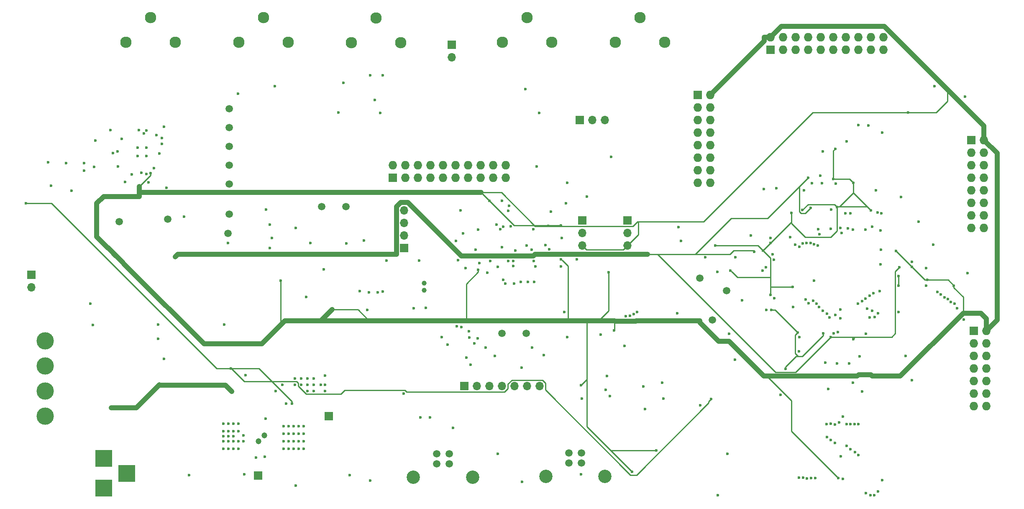
<source format=gbr>
G04 #@! TF.FileFunction,Copper,L3,Inr,Plane*
%FSLAX46Y46*%
G04 Gerber Fmt 4.6, Leading zero omitted, Abs format (unit mm)*
G04 Created by KiCad (PCBNEW 4.0.7-e2-6376~58~ubuntu16.04.1) date Mon Aug 27 15:24:17 2018*
%MOMM*%
%LPD*%
G01*
G04 APERTURE LIST*
%ADD10C,0.100000*%
%ADD11C,1.500000*%
%ADD12R,1.727200X1.727200*%
%ADD13O,1.727200X1.727200*%
%ADD14R,1.700000X1.700000*%
%ADD15O,1.700000X1.700000*%
%ADD16C,1.000000*%
%ADD17C,1.520000*%
%ADD18C,2.700000*%
%ADD19C,2.300000*%
%ADD20R,3.500000X3.500000*%
%ADD21C,3.500000*%
%ADD22C,0.600000*%
%ADD23C,1.200000*%
%ADD24C,1.000000*%
%ADD25C,0.250000*%
G04 APERTURE END LIST*
D10*
D11*
X94361000Y-97663000D03*
D12*
X204216000Y-60452000D03*
D13*
X204216000Y-57912000D03*
X206756000Y-60452000D03*
X206756000Y-57912000D03*
X209296000Y-60452000D03*
X209296000Y-57912000D03*
X211836000Y-60452000D03*
X211836000Y-57912000D03*
X214376000Y-60452000D03*
X214376000Y-57912000D03*
X216916000Y-60452000D03*
X216916000Y-57912000D03*
X219456000Y-60452000D03*
X219456000Y-57912000D03*
X221996000Y-60452000D03*
X221996000Y-57912000D03*
X224536000Y-60452000D03*
X224536000Y-57912000D03*
X227076000Y-60452000D03*
X227076000Y-57912000D03*
D12*
X189484000Y-69596000D03*
D13*
X192024000Y-69596000D03*
X189484000Y-72136000D03*
X192024000Y-72136000D03*
X189484000Y-74676000D03*
X192024000Y-74676000D03*
X189484000Y-77216000D03*
X192024000Y-77216000D03*
X189484000Y-79756000D03*
X192024000Y-79756000D03*
X189484000Y-82296000D03*
X192024000Y-82296000D03*
X189484000Y-84836000D03*
X192024000Y-84836000D03*
X189484000Y-87376000D03*
X192024000Y-87376000D03*
D14*
X166116000Y-94996000D03*
D15*
X166116000Y-97536000D03*
X166116000Y-100076000D03*
D14*
X175260000Y-94996000D03*
D15*
X175260000Y-97536000D03*
X175260000Y-100076000D03*
D14*
X130048000Y-100584000D03*
D15*
X130048000Y-98044000D03*
X130048000Y-95504000D03*
X130048000Y-92964000D03*
D16*
X134112000Y-107696000D03*
X134112000Y-109196000D03*
D12*
X127762000Y-86360000D03*
D13*
X127762000Y-83820000D03*
X130302000Y-86360000D03*
X130302000Y-83820000D03*
X132842000Y-86360000D03*
X132842000Y-83820000D03*
X135382000Y-86360000D03*
X135382000Y-83820000D03*
X137922000Y-86360000D03*
X137922000Y-83820000D03*
X140462000Y-86360000D03*
X140462000Y-83820000D03*
X143002000Y-86360000D03*
X143002000Y-83820000D03*
X145542000Y-86360000D03*
X145542000Y-83820000D03*
X148082000Y-86360000D03*
X148082000Y-83820000D03*
X150622000Y-86360000D03*
X150622000Y-83820000D03*
D17*
X136652000Y-142272000D03*
X139192000Y-142272000D03*
X139192000Y-144272000D03*
X136652000Y-144272000D03*
D18*
X131922000Y-146972000D03*
X143922000Y-146972000D03*
D14*
X142240000Y-128524000D03*
D15*
X144780000Y-128524000D03*
X147320000Y-128524000D03*
X149860000Y-128524000D03*
X152400000Y-128524000D03*
X154940000Y-128524000D03*
X157480000Y-128524000D03*
D14*
X165608000Y-74676000D03*
D15*
X168148000Y-74676000D03*
X170688000Y-74676000D03*
D11*
X149860000Y-117856000D03*
X154740000Y-117856000D03*
D12*
X245364000Y-117348000D03*
D13*
X247904000Y-117348000D03*
X245364000Y-119888000D03*
X247904000Y-119888000D03*
X245364000Y-122428000D03*
X247904000Y-122428000D03*
X245364000Y-124968000D03*
X247904000Y-124968000D03*
X245364000Y-127508000D03*
X247904000Y-127508000D03*
X245364000Y-130048000D03*
X247904000Y-130048000D03*
X245364000Y-132588000D03*
X247904000Y-132588000D03*
D17*
X163418000Y-142112000D03*
X165958000Y-142112000D03*
X165958000Y-144112000D03*
X163418000Y-144112000D03*
D18*
X158688000Y-146812000D03*
X170688000Y-146812000D03*
D14*
X139700000Y-59436000D03*
D15*
X139700000Y-61976000D03*
D19*
X154940000Y-53975000D03*
X159940000Y-58975000D03*
X149940000Y-58975000D03*
X177800000Y-53975000D03*
X182800000Y-58975000D03*
X172800000Y-58975000D03*
D11*
X195326000Y-109220000D03*
D19*
X124380000Y-54055000D03*
X129380000Y-59055000D03*
X119380000Y-59055000D03*
D11*
X192405000Y-115189000D03*
X189865000Y-106680000D03*
D12*
X244856000Y-78740000D03*
D13*
X247396000Y-78740000D03*
X244856000Y-81280000D03*
X247396000Y-81280000D03*
X244856000Y-83820000D03*
X247396000Y-83820000D03*
X244856000Y-86360000D03*
X247396000Y-86360000D03*
X244856000Y-88900000D03*
X247396000Y-88900000D03*
X244856000Y-91440000D03*
X247396000Y-91440000D03*
X244856000Y-93980000D03*
X247396000Y-93980000D03*
X244856000Y-96520000D03*
X247396000Y-96520000D03*
D14*
X100457000Y-146685000D03*
X114808000Y-134620000D03*
D20*
X69215000Y-143225000D03*
X69215000Y-149225000D03*
X73915000Y-146225000D03*
D21*
X57404000Y-134620000D03*
X57404000Y-129540000D03*
X57404000Y-124460000D03*
X57404000Y-119380000D03*
D14*
X54610000Y-106045000D03*
D15*
X54610000Y-108585000D03*
D11*
X113357000Y-92202000D03*
X118237000Y-92202000D03*
X94615000Y-83820000D03*
X94615000Y-80010000D03*
X82169000Y-94742000D03*
X94615000Y-72390000D03*
X94615000Y-76200000D03*
X72390000Y-95250000D03*
D19*
X78740000Y-53975000D03*
X83740000Y-58975000D03*
X73740000Y-58975000D03*
X101600000Y-53975000D03*
X106600000Y-58975000D03*
X96600000Y-58975000D03*
D11*
X94615000Y-87630000D03*
X94615000Y-93726000D03*
D22*
X76112500Y-81987500D03*
X77837500Y-81987500D03*
X77837500Y-80262500D03*
X76112500Y-80262500D03*
X140948771Y-103096502D03*
X102108000Y-92837000D03*
X110236000Y-110490000D03*
X223774000Y-112903000D03*
X225933000Y-113792002D03*
X66548000Y-111887000D03*
X102870000Y-100584000D03*
X206248000Y-130302000D03*
X178816000Y-133223000D03*
X182499000Y-131064000D03*
X178435000Y-128651000D03*
X214757000Y-81026000D03*
X219583000Y-78994000D03*
X80264000Y-116078000D03*
X80264000Y-118999000D03*
X195834000Y-117983000D03*
X81407000Y-123063000D03*
X104013000Y-129540000D03*
X111760000Y-129540000D03*
X110490000Y-129540000D03*
X105410000Y-128270000D03*
X107950000Y-128270000D03*
X107950000Y-127000000D03*
X111760000Y-127000000D03*
X110490000Y-127000000D03*
X109220000Y-127000000D03*
X109220000Y-128270000D03*
X110490000Y-128270000D03*
X111760000Y-128270000D03*
X113157000Y-128270000D03*
X114046000Y-129540000D03*
X114046000Y-128270000D03*
X113988010Y-126422990D03*
X58547000Y-88011000D03*
X62738000Y-89027000D03*
X153924000Y-147955000D03*
X167021000Y-90170000D03*
X171958000Y-82169000D03*
X123190000Y-147701000D03*
X129921000Y-130048000D03*
X139954000Y-137033000D03*
X171704000Y-130556000D03*
X165989000Y-131064000D03*
X165862000Y-146431000D03*
X189992000Y-132461000D03*
X182245000Y-127889000D03*
X162814000Y-91567000D03*
X163068000Y-87376000D03*
X142494000Y-104648000D03*
X147447000Y-103251000D03*
X97663000Y-146399000D03*
X101854000Y-142875000D03*
X108077000Y-148670000D03*
X86487000Y-146558000D03*
X141478000Y-92964000D03*
X153616330Y-107451999D03*
X148393989Y-122428000D03*
X158333000Y-122301000D03*
X148717000Y-95885000D03*
X156210000Y-96774000D03*
X161925000Y-98552000D03*
X149820000Y-91059000D03*
X161798000Y-104325999D03*
X185293000Y-113792000D03*
X174625000Y-120396000D03*
X169799000Y-118110000D03*
X193548000Y-150689979D03*
X218821000Y-147320000D03*
X210058000Y-118618000D03*
X217297000Y-114173000D03*
X217419417Y-87540999D03*
X214249000Y-85979000D03*
X133096000Y-103124000D03*
X131953000Y-112776000D03*
X93599000Y-116078000D03*
X103251000Y-98552000D03*
X102870000Y-95885000D03*
X118364000Y-99695000D03*
X108049559Y-96547441D03*
X111058942Y-99634058D03*
X57971564Y-83252436D03*
X154559000Y-68453000D03*
X157353000Y-73279000D03*
X72009000Y-81026000D03*
X70612000Y-76708000D03*
X81407000Y-76073000D03*
X79883000Y-77724000D03*
X123190000Y-65658996D03*
X125730000Y-65659000D03*
X80518000Y-81500010D03*
X65278000Y-83439000D03*
X61595000Y-83439000D03*
X81915000Y-88421615D03*
X79375000Y-84455000D03*
X219837000Y-96647000D03*
X226822000Y-77216000D03*
X237363000Y-67818000D03*
X243586000Y-69977000D03*
X203327000Y-113157000D03*
X204978000Y-110744000D03*
X208788000Y-112522000D03*
X226441000Y-103886000D03*
X226568000Y-100965000D03*
X226441000Y-97028000D03*
X224790000Y-96266000D03*
X212979000Y-107188000D03*
X204597000Y-101854000D03*
X204851000Y-102997000D03*
X213868000Y-96774000D03*
X218059000Y-135890000D03*
X209921010Y-121539000D03*
X218431859Y-142781857D03*
X220853000Y-127889000D03*
X198464575Y-111156324D03*
X193421000Y-105410000D03*
X244094000Y-105664000D03*
X215900000Y-129159000D03*
X67056000Y-116205000D03*
X205359000Y-88519000D03*
X202819000Y-88646000D03*
X212598000Y-87503000D03*
X214630000Y-87503000D03*
X237109000Y-99949000D03*
X220091000Y-123952000D03*
X217678000Y-123952000D03*
X191008000Y-102489000D03*
X197104000Y-102489000D03*
X210947000Y-88900000D03*
X215265000Y-123824996D03*
X222250000Y-122555000D03*
X234188000Y-95250000D03*
X235712000Y-104648000D03*
X235712000Y-108204000D03*
X225552000Y-88900000D03*
X200192000Y-98084000D03*
X148971000Y-104394000D03*
X156845000Y-84074000D03*
X151130000Y-103235010D03*
X155067000Y-107442000D03*
X150114000Y-107061000D03*
X196088000Y-105156000D03*
X208661000Y-108458000D03*
X217292493Y-80518000D03*
X171450000Y-105537000D03*
X232791000Y-104394000D03*
X232029000Y-73152000D03*
X193040006Y-100076000D03*
X181102000Y-141605000D03*
X176149000Y-145923000D03*
X146878051Y-105603051D03*
X165862000Y-128364000D03*
X161798000Y-102869990D03*
X145229918Y-103642000D03*
X145034000Y-105029000D03*
X127762000Y-89348999D03*
X195800261Y-119507000D03*
X159258000Y-96139000D03*
X161798000Y-96012000D03*
X70485000Y-100965000D03*
X74422000Y-104902000D03*
X147320000Y-91059000D03*
X172482000Y-117277000D03*
X189865000Y-115316000D03*
X169418000Y-115316000D03*
X163957000Y-115316000D03*
X217678000Y-92329000D03*
X216916000Y-86614000D03*
X105029000Y-107188000D03*
X104394000Y-116840000D03*
X69215000Y-90170000D03*
X78740000Y-85471000D03*
X204343000Y-113157000D03*
X232790990Y-103378011D03*
X229616000Y-101219000D03*
X209679551Y-117731551D03*
X235975990Y-107061009D03*
X230124000Y-106289010D03*
X223452021Y-117983000D03*
X210643978Y-92938487D03*
X204216000Y-110071010D03*
X217932000Y-147193000D03*
X202565000Y-105156000D03*
X221742000Y-126545011D03*
X218440000Y-126545011D03*
X215646000Y-126545011D03*
X217001000Y-117856000D03*
X224790000Y-126545011D03*
X218821000Y-134747000D03*
X206121000Y-126545011D03*
X72009000Y-102489000D03*
X208407000Y-93472000D03*
X216376000Y-96742000D03*
X207264000Y-125095000D03*
X214884000Y-117856000D03*
X241300000Y-108204000D03*
X230124000Y-108204010D03*
X220980000Y-87376000D03*
X224536000Y-92964000D03*
X202692000Y-101092000D03*
X204216000Y-99568000D03*
X150495000Y-107823000D03*
X159766000Y-93217996D03*
X95123000Y-129667000D03*
X70739000Y-132969000D03*
X192151000Y-131191000D03*
X107315000Y-132080000D03*
X97917000Y-126365000D03*
X106172000Y-132080000D03*
X94996000Y-124968000D03*
X53467000Y-91567000D03*
X126492000Y-103124000D03*
X216451021Y-92837000D03*
X220914647Y-119060647D03*
X230251000Y-104521000D03*
X212344000Y-92455994D03*
X86360000Y-101863999D03*
X84963000Y-101863999D03*
X83693000Y-102362000D03*
X200914000Y-101346000D03*
X216408000Y-118618000D03*
X203276999Y-104470999D03*
X211836000Y-86360000D03*
X81026000Y-79502000D03*
X103886000Y-67818000D03*
X67564000Y-78867000D03*
X67292009Y-84201000D03*
X81025994Y-78359000D03*
X96393000Y-69342000D03*
X76327000Y-76708000D03*
X116713000Y-73152000D03*
X77326667Y-77444781D03*
X125222000Y-73279000D03*
X72898000Y-78486000D03*
X71120000Y-81407000D03*
X152273000Y-107823000D03*
X153797000Y-124841000D03*
X146558000Y-120777000D03*
X100076000Y-143002000D03*
X101981000Y-135128000D03*
X138811000Y-120142000D03*
X134409345Y-112688655D03*
X185547000Y-96393002D03*
X186055000Y-99187000D03*
X152146000Y-104267000D03*
X144907000Y-118872000D03*
X156317012Y-107442000D03*
X162441501Y-113546501D03*
X163068000Y-118618000D03*
X156591000Y-104325999D03*
X158623000Y-100045000D03*
X196977000Y-123190000D03*
X154813004Y-100076000D03*
X155956000Y-120786990D03*
X122936000Y-109591001D03*
X125669051Y-109407949D03*
X72136000Y-84074008D03*
X65278000Y-84963000D03*
X137671129Y-118632416D03*
X122555000Y-113175870D03*
X121031000Y-109347000D03*
X124714000Y-109591000D03*
X225298000Y-114554000D03*
X231521000Y-122428000D03*
X224282000Y-114681006D03*
X232791000Y-127381000D03*
X144526000Y-100965000D03*
X149860000Y-100457000D03*
X140538108Y-99196990D03*
X141986000Y-97663000D03*
X144980250Y-96902771D03*
X113792000Y-104902000D03*
X94361000Y-99568000D03*
X226641169Y-93614268D03*
X151257000Y-92075000D03*
X151130000Y-93091000D03*
X225858036Y-93450851D03*
X204216000Y-98552000D03*
X209169000Y-99949000D03*
X210058000Y-100330000D03*
X210693000Y-99695000D03*
X211482117Y-99563481D03*
X212282104Y-99568400D03*
X213033877Y-99841969D03*
X213793364Y-100093330D03*
X214122000Y-97790000D03*
X218313000Y-96520000D03*
X218567000Y-97536000D03*
X219329000Y-93589000D03*
X220345000Y-93599000D03*
X220853000Y-96901000D03*
X143256000Y-118745000D03*
X118999000Y-146558000D03*
X142621000Y-122809000D03*
X152527000Y-101092000D03*
X148971000Y-142240000D03*
X143510000Y-124206000D03*
X144272000Y-119888000D03*
X152146000Y-103251000D03*
X156226163Y-103233199D03*
X174879000Y-114427000D03*
X143129000Y-117475000D03*
X151577058Y-96199942D03*
X135255000Y-134874000D03*
X133350000Y-134874000D03*
X208151321Y-98426679D03*
X195453000Y-142239996D03*
X224028000Y-75819000D03*
X221996000Y-75692000D03*
X77841594Y-76832515D03*
X117729000Y-67192999D03*
X124079000Y-70612000D03*
X77851000Y-85598000D03*
X85471000Y-94234000D03*
X76871948Y-85375846D03*
X78321894Y-87298023D03*
X73532994Y-87249000D03*
X74930000Y-85725000D03*
X175768000Y-114300000D03*
X164972295Y-102863999D03*
X155874283Y-100943011D03*
X176525741Y-114014397D03*
X177172881Y-113544065D03*
X159385000Y-100838000D03*
X150114000Y-96266000D03*
X141605000Y-116586000D03*
X140722215Y-116465215D03*
X149479000Y-96774000D03*
X97536000Y-139700000D03*
X97536000Y-138525000D03*
X95504000Y-138684000D03*
X94488000Y-138684000D03*
X93472000Y-138684000D03*
X105664000Y-141224000D03*
X106680000Y-141224000D03*
X107696000Y-141224000D03*
X108712000Y-141224000D03*
X109728000Y-141224000D03*
X109728000Y-139700000D03*
X108712000Y-139700000D03*
X107696000Y-139700000D03*
X106680000Y-139700000D03*
X105664000Y-139700000D03*
X105664000Y-138176000D03*
X106680000Y-138176000D03*
X107696000Y-138176000D03*
X108712000Y-138176000D03*
X109728000Y-138176000D03*
X109728000Y-136652000D03*
X108712000Y-136652000D03*
X107696000Y-136652000D03*
X106680000Y-136652000D03*
X105664000Y-136652000D03*
X93472000Y-141224000D03*
X94488000Y-141224000D03*
X95504000Y-141224000D03*
X96520000Y-141224000D03*
X96520000Y-139700000D03*
X95504000Y-139700000D03*
X94488000Y-139700000D03*
X93472000Y-139700000D03*
X96520000Y-137668000D03*
X95504000Y-137668000D03*
X94488000Y-137668000D03*
X93472000Y-137668000D03*
X96520000Y-136144000D03*
X95504000Y-136144000D03*
X94488000Y-136144000D03*
X93472000Y-136144000D03*
D23*
X100552000Y-139700000D03*
X101727000Y-138525000D03*
D22*
X230632000Y-90296998D03*
X170815000Y-129286000D03*
X171069000Y-126492000D03*
X223393000Y-96901000D03*
X218313000Y-113029986D03*
X222758000Y-129667000D03*
X224406041Y-150689979D03*
X211328000Y-110998000D03*
X223520000Y-150239968D03*
X211930974Y-111797503D03*
X212852000Y-111252000D03*
X226822000Y-147574000D03*
X225933000Y-149860000D03*
X213487000Y-111887000D03*
X225206048Y-150687291D03*
X213995000Y-112522000D03*
X214757000Y-113284000D03*
X213233000Y-147193006D03*
X215646000Y-113919000D03*
X212433001Y-147188417D03*
X216154000Y-114681000D03*
X211546513Y-147256493D03*
X210772625Y-147053721D03*
X217800559Y-117597559D03*
X209931000Y-147066000D03*
X218313000Y-114808000D03*
X230068001Y-113528000D03*
X243305768Y-115105446D03*
X224790000Y-113284000D03*
X241935000Y-112776000D03*
X221869000Y-111887000D03*
X241409961Y-111873286D03*
X240688200Y-111528228D03*
X222752998Y-111351001D03*
X223393000Y-110870979D03*
X240110543Y-110974771D03*
X224282000Y-110245990D03*
X239395000Y-110617000D03*
X225044000Y-109728000D03*
X238633000Y-109982000D03*
X226314000Y-109345968D03*
X237998000Y-109474000D03*
X215519000Y-136271000D03*
X215646000Y-138859003D03*
X216408000Y-136144000D03*
X216408000Y-139436000D03*
X217192466Y-136300893D03*
X217189999Y-140061001D03*
X219583000Y-136271000D03*
X219583000Y-140686001D03*
X220383003Y-136271000D03*
X220345000Y-141311001D03*
X221183006Y-136271000D03*
X221286764Y-141936001D03*
X221996000Y-142560990D03*
X221996000Y-136271000D03*
X121920000Y-99060000D03*
D24*
X202946000Y-58674000D02*
X192024000Y-69596000D01*
X202946000Y-58674000D02*
X202946000Y-57960686D01*
D25*
X202946000Y-57960686D02*
X202994686Y-57912000D01*
D24*
X202994686Y-57912000D02*
X204216000Y-57912000D01*
D25*
X197485000Y-106553000D02*
X196387999Y-105455999D01*
X204216000Y-106553000D02*
X197485000Y-106553000D01*
X196387999Y-105455999D02*
X196088000Y-105156000D01*
D24*
X221742000Y-126545011D02*
X222041999Y-126245012D01*
X222041999Y-126245012D02*
X224490001Y-126245012D01*
X224490001Y-126245012D02*
X224790000Y-126545011D01*
D25*
X204216000Y-108458000D02*
X208661000Y-108458000D01*
X216916000Y-80899000D02*
X217292493Y-80522507D01*
X217292493Y-80522507D02*
X217292493Y-80518000D01*
X216916000Y-86614000D02*
X216916000Y-80899000D01*
X208407000Y-95631000D02*
X208407000Y-93472000D01*
X211191001Y-98415001D02*
X208407000Y-95631000D01*
X217678000Y-92329000D02*
X217678000Y-97133696D01*
X217678000Y-97133696D02*
X216396695Y-98415001D01*
X216396695Y-98415001D02*
X211191001Y-98415001D01*
X232029000Y-73152000D02*
X212725000Y-73152000D01*
X212725000Y-73152000D02*
X190625325Y-95251675D01*
X166116000Y-100076000D02*
X166965999Y-100925999D01*
X166965999Y-100925999D02*
X174410001Y-100925999D01*
X174410001Y-100925999D02*
X175260000Y-100076000D01*
X177419000Y-97917000D02*
X175260000Y-100076000D01*
X171450000Y-105537000D02*
X171450000Y-113284000D01*
X171450000Y-113284000D02*
X169418000Y-115316000D01*
X240030000Y-68551870D02*
X240030000Y-70866000D01*
X240030000Y-70866000D02*
X237744000Y-73152000D01*
X237744000Y-73152000D02*
X232029000Y-73152000D01*
X235458009Y-107061009D02*
X232791000Y-104394000D01*
X232791000Y-104394000D02*
X229915999Y-101518999D01*
X204216000Y-106553000D02*
X204216000Y-108458000D01*
X204216000Y-102616000D02*
X204216000Y-106553000D01*
X201676000Y-100076000D02*
X193464270Y-100076000D01*
X202692000Y-101092000D02*
X201676000Y-100076000D01*
X193464270Y-100076000D02*
X193040006Y-100076000D01*
X177419000Y-95251675D02*
X177289327Y-95251675D01*
X190625325Y-95251675D02*
X177419000Y-95251675D01*
X177419000Y-95251675D02*
X177419000Y-97917000D01*
D24*
X113157000Y-115316000D02*
X142621000Y-115316000D01*
X142621000Y-115316000D02*
X163195000Y-115316000D01*
D25*
X145034000Y-105029000D02*
X145034000Y-105453264D01*
X145034000Y-105453264D02*
X142621000Y-107866264D01*
X142621000Y-107866264D02*
X142621000Y-115316000D01*
X177289327Y-95251675D02*
X176370001Y-96171001D01*
X176370001Y-96171001D02*
X156532003Y-96171001D01*
X156532003Y-96171001D02*
X149710001Y-89348999D01*
X149710001Y-89348999D02*
X145609999Y-89348999D01*
X217932000Y-147193000D02*
X208407000Y-137668000D01*
X208407000Y-137668000D02*
X208407000Y-131535998D01*
X203416013Y-126545011D02*
X202838272Y-126545011D01*
X208407000Y-131535998D02*
X203416013Y-126545011D01*
X240157009Y-107061009D02*
X236400254Y-107061009D01*
X236400254Y-107061009D02*
X235975990Y-107061009D01*
X241300000Y-108204000D02*
X240157009Y-107061009D01*
X171831000Y-141605000D02*
X176149000Y-145923000D01*
X167005000Y-136779000D02*
X171831000Y-141605000D01*
X171831000Y-141605000D02*
X181102000Y-141605000D01*
X167005000Y-115316000D02*
X167005000Y-136779000D01*
D24*
X189865000Y-115316000D02*
X189865000Y-115697000D01*
X189865000Y-115697000D02*
X193675000Y-119507000D01*
X193675000Y-119507000D02*
X195800261Y-119507000D01*
X167005000Y-115316000D02*
X169418000Y-115316000D01*
X163957000Y-115316000D02*
X167005000Y-115316000D01*
D25*
X167005000Y-115316000D02*
X167005000Y-127221000D01*
X167005000Y-127221000D02*
X165862000Y-128364000D01*
X161373736Y-96012000D02*
X161798000Y-96012000D01*
X145609999Y-89348999D02*
X152273000Y-96012000D01*
X152273000Y-96012000D02*
X161373736Y-96012000D01*
X163195000Y-104266990D02*
X162097999Y-103169989D01*
X163195000Y-115316000D02*
X163195000Y-104266990D01*
X162097999Y-103169989D02*
X161798000Y-102869990D01*
D24*
X145609999Y-89348999D02*
X127762000Y-89348999D01*
X127762000Y-89348999D02*
X76699999Y-89348999D01*
X195800261Y-119507000D02*
X202838272Y-126545011D01*
X70485000Y-100965000D02*
X71709001Y-102189001D01*
X69850000Y-100330000D02*
X70485000Y-100965000D01*
X74422000Y-104902000D02*
X89535000Y-120015000D01*
X72009000Y-102489000D02*
X74422000Y-104902000D01*
D25*
X71709001Y-102189001D02*
X72009000Y-102489000D01*
X147320000Y-91059000D02*
X145609999Y-89348999D01*
D24*
X176926999Y-115427001D02*
X177038000Y-115316000D01*
X172593000Y-115316000D02*
X172704001Y-115427001D01*
X172704001Y-115427001D02*
X176926999Y-115427001D01*
X163195000Y-115316000D02*
X163957000Y-115316000D01*
D25*
X172593000Y-117094000D02*
X172482000Y-117205000D01*
X172482000Y-117205000D02*
X172482000Y-117277000D01*
D24*
X169418000Y-115316000D02*
X172593000Y-115316000D01*
D25*
X172593000Y-115316000D02*
X172593000Y-117094000D01*
D24*
X177038000Y-115316000D02*
X189865000Y-115316000D01*
D25*
X177038000Y-115316000D02*
X177292000Y-115570000D01*
X218102264Y-92202010D02*
X217804990Y-92202010D01*
X217124001Y-91775001D02*
X217378001Y-92029001D01*
X210643978Y-92938487D02*
X211807464Y-91775001D01*
X211807464Y-91775001D02*
X217124001Y-91775001D01*
X223774010Y-92202010D02*
X218102264Y-92202010D01*
X217804990Y-92202010D02*
X217678000Y-92329000D01*
X218185990Y-92202010D02*
X218102264Y-92202010D01*
X217378001Y-92029001D02*
X217678000Y-92329000D01*
X224536000Y-92964000D02*
X223774010Y-92202010D01*
X220980000Y-89408000D02*
X218185990Y-92202010D01*
X204343000Y-113157000D02*
X205105000Y-113157000D01*
X205105000Y-113157000D02*
X209679551Y-117731551D01*
X217340264Y-86614000D02*
X216916000Y-86614000D01*
X220218000Y-86614000D02*
X217340264Y-86614000D01*
X220980000Y-87376000D02*
X220218000Y-86614000D01*
D24*
X104394000Y-116840000D02*
X105156000Y-116078000D01*
X105156000Y-116078000D02*
X105918000Y-115316000D01*
D25*
X105029000Y-107188000D02*
X105029000Y-115951000D01*
X105029000Y-115951000D02*
X105156000Y-116078000D01*
D24*
X101219000Y-120015000D02*
X104394000Y-116840000D01*
X76454000Y-90170000D02*
X76454000Y-88181264D01*
D25*
X76454000Y-88181264D02*
X78740000Y-85895264D01*
X78740000Y-85895264D02*
X78740000Y-85471000D01*
D24*
X69215000Y-90170000D02*
X76454000Y-90170000D01*
X67818000Y-91567000D02*
X69215000Y-90170000D01*
X72009000Y-102489000D02*
X67818000Y-98298000D01*
X67818000Y-98298000D02*
X67818000Y-91567000D01*
X247396000Y-75917870D02*
X240030000Y-68551870D01*
X240030000Y-68551870D02*
X227231130Y-55753000D01*
D25*
X229915999Y-101518999D02*
X229616000Y-101219000D01*
X235975990Y-107061009D02*
X235458009Y-107061009D01*
X208407000Y-93472000D02*
X208407000Y-95377000D01*
X208407000Y-95377000D02*
X204216000Y-99568000D01*
X204216000Y-99568000D02*
X202692000Y-101092000D01*
X204216000Y-108458000D02*
X204216000Y-109646746D01*
X210609264Y-122555000D02*
X214884000Y-118280264D01*
X209178998Y-118232104D02*
X209379552Y-118031550D01*
X209379736Y-122555000D02*
X209804000Y-122555000D01*
X209379552Y-118031550D02*
X209679551Y-117731551D01*
X210058000Y-122555000D02*
X210609264Y-122555000D01*
X214884000Y-118280264D02*
X214884000Y-117856000D01*
X209178998Y-121929998D02*
X209178998Y-118232104D01*
X209804000Y-122555000D02*
X209178998Y-121929998D01*
X210058000Y-122555000D02*
X210348002Y-122555000D01*
X207264000Y-124670736D02*
X209379736Y-122555000D01*
X207264000Y-125095000D02*
X207264000Y-124670736D01*
X230124000Y-108204010D02*
X230124000Y-106289010D01*
X204216000Y-109646746D02*
X204216000Y-110071010D01*
X202692000Y-101092000D02*
X204216000Y-102616000D01*
D24*
X227231130Y-55753000D02*
X206375000Y-55753000D01*
X206375000Y-55753000D02*
X204216000Y-57912000D01*
X247396000Y-78740000D02*
X247396000Y-75917870D01*
X250063000Y-81407000D02*
X247396000Y-78740000D01*
X250063000Y-115189000D02*
X250063000Y-81407000D01*
X247904000Y-117348000D02*
X250063000Y-115189000D01*
X218440000Y-126545011D02*
X221742000Y-126545011D01*
X215646000Y-126545011D02*
X218440000Y-126545011D01*
X213741000Y-126545011D02*
X215646000Y-126545011D01*
X224790000Y-126545011D02*
X230451989Y-126545011D01*
X206121000Y-126545011D02*
X213741000Y-126545011D01*
X202838272Y-126545011D02*
X206121000Y-126545011D01*
D25*
X241300000Y-108204000D02*
X241300000Y-108628264D01*
X241300000Y-108628264D02*
X243205000Y-110533264D01*
X243205000Y-110533264D02*
X243205000Y-113792000D01*
D24*
X246761000Y-113792000D02*
X247904000Y-114935000D01*
X247904000Y-114935000D02*
X247904000Y-117348000D01*
X243205000Y-113792000D02*
X246761000Y-113792000D01*
X230451989Y-126545011D02*
X243205000Y-113792000D01*
D25*
X120777000Y-113157000D02*
X122936000Y-115316000D01*
X115443000Y-113030000D02*
X120650000Y-113030000D01*
X120650000Y-113030000D02*
X120777000Y-113157000D01*
D24*
X113157000Y-115316000D02*
X115443000Y-113030000D01*
X105918000Y-115316000D02*
X113157000Y-115316000D01*
X89535000Y-120015000D02*
X101219000Y-120015000D01*
D25*
X209804000Y-122555000D02*
X210058000Y-122555000D01*
X220980000Y-87376000D02*
X220980000Y-89408000D01*
X220980000Y-89408000D02*
X224536000Y-92964000D01*
D24*
X80645000Y-128397000D02*
X93853000Y-128397000D01*
X93853000Y-128397000D02*
X95123000Y-129667000D01*
D25*
X80518000Y-128270000D02*
X80645000Y-128397000D01*
D24*
X75819000Y-132969000D02*
X80518000Y-128270000D01*
X70739000Y-132969000D02*
X75819000Y-132969000D01*
D25*
X117973001Y-129422999D02*
X117230999Y-130165001D01*
X117230999Y-130165001D02*
X110189999Y-130165001D01*
X110189999Y-130165001D02*
X108575001Y-128550003D01*
X108575001Y-128550003D02*
X108575001Y-127969999D01*
X108575001Y-127969999D02*
X108230003Y-127625001D01*
X108230003Y-127625001D02*
X97653001Y-127625001D01*
X97653001Y-127625001D02*
X95295999Y-125267999D01*
X95295999Y-125267999D02*
X94996000Y-124968000D01*
X192151000Y-131191000D02*
X191652999Y-131689001D01*
X191652999Y-131689001D02*
X191652999Y-131979003D01*
X191652999Y-131979003D02*
X177084001Y-146548001D01*
X130221001Y-129422999D02*
X117973001Y-129422999D01*
X177084001Y-146548001D02*
X175848999Y-146548001D01*
X158655001Y-127959999D02*
X158044001Y-127348999D01*
X151035001Y-129088001D02*
X150375003Y-129747999D01*
X175848999Y-146548001D02*
X158655001Y-129354003D01*
X158655001Y-129354003D02*
X158655001Y-127959999D01*
X158044001Y-127348999D02*
X151835999Y-127348999D01*
X151835999Y-127348999D02*
X151035001Y-128149997D01*
X150375003Y-129747999D02*
X130546001Y-129747999D01*
X151035001Y-128149997D02*
X151035001Y-129088001D01*
X130546001Y-129747999D02*
X130221001Y-129422999D01*
X107315000Y-132080000D02*
X107315000Y-131655736D01*
X107315000Y-131655736D02*
X100627264Y-124968000D01*
X100627264Y-124968000D02*
X95420264Y-124968000D01*
X95420264Y-124968000D02*
X94996000Y-124968000D01*
X58674000Y-91567000D02*
X92075000Y-124968000D01*
X92075000Y-124968000D02*
X94996000Y-124968000D01*
X53467000Y-91567000D02*
X58674000Y-91567000D01*
X216408000Y-118618000D02*
X209305999Y-125720001D01*
X209305999Y-125720001D02*
X205222001Y-125720001D01*
X205222001Y-125720001D02*
X181365999Y-101863999D01*
X181365999Y-101863999D02*
X179324000Y-101863999D01*
D24*
X130792001Y-91413999D02*
X141613002Y-102235000D01*
X156166002Y-102235000D02*
X156537003Y-101863999D01*
X156537003Y-101863999D02*
X179324000Y-101863999D01*
X89154000Y-101863999D02*
X128497999Y-101863999D01*
X128497999Y-101863999D02*
X128497999Y-92219999D01*
X128497999Y-92219999D02*
X129303999Y-91413999D01*
X129303999Y-91413999D02*
X130792001Y-91413999D01*
X141613002Y-102235000D02*
X156166002Y-102235000D01*
D25*
X221107000Y-118618000D02*
X228727000Y-118618000D01*
X216408000Y-118618000D02*
X221107000Y-118618000D01*
X221107000Y-118618000D02*
X221107000Y-118868294D01*
X221107000Y-118868294D02*
X220914647Y-119060647D01*
X229951001Y-104820999D02*
X230251000Y-104521000D01*
X229443001Y-105328999D02*
X229951001Y-104820999D01*
X228727000Y-118618000D02*
X229443001Y-117901999D01*
X229443001Y-117901999D02*
X229443001Y-105328999D01*
X211236505Y-93563489D02*
X212044001Y-92755993D01*
X211836000Y-86360000D02*
X210018976Y-88177024D01*
X210018976Y-93238489D02*
X210343976Y-93563489D01*
X210343976Y-93563489D02*
X211236505Y-93563489D01*
X212044001Y-92755993D02*
X212344000Y-92455994D01*
X210018976Y-88177024D02*
X210018976Y-93238489D01*
D24*
X84963000Y-101863999D02*
X89154000Y-101863999D01*
D25*
X89154000Y-101863999D02*
X86360000Y-101863999D01*
D24*
X84191001Y-101863999D02*
X84963000Y-101863999D01*
D25*
X179324000Y-101863999D02*
X188976000Y-101863999D01*
X188976000Y-101863999D02*
X195951001Y-101863999D01*
X211836000Y-86360000D02*
X203590999Y-94605001D01*
X203590999Y-94605001D02*
X196234998Y-94605001D01*
X196234998Y-94605001D02*
X188976000Y-101863999D01*
X200787000Y-101092000D02*
X200914000Y-101219000D01*
X200914000Y-101219000D02*
X200914000Y-101346000D01*
X196723000Y-101092000D02*
X200787000Y-101092000D01*
X195951001Y-101863999D02*
X196723000Y-101092000D01*
D24*
X83693000Y-102362000D02*
X84191001Y-101863999D01*
M02*

</source>
